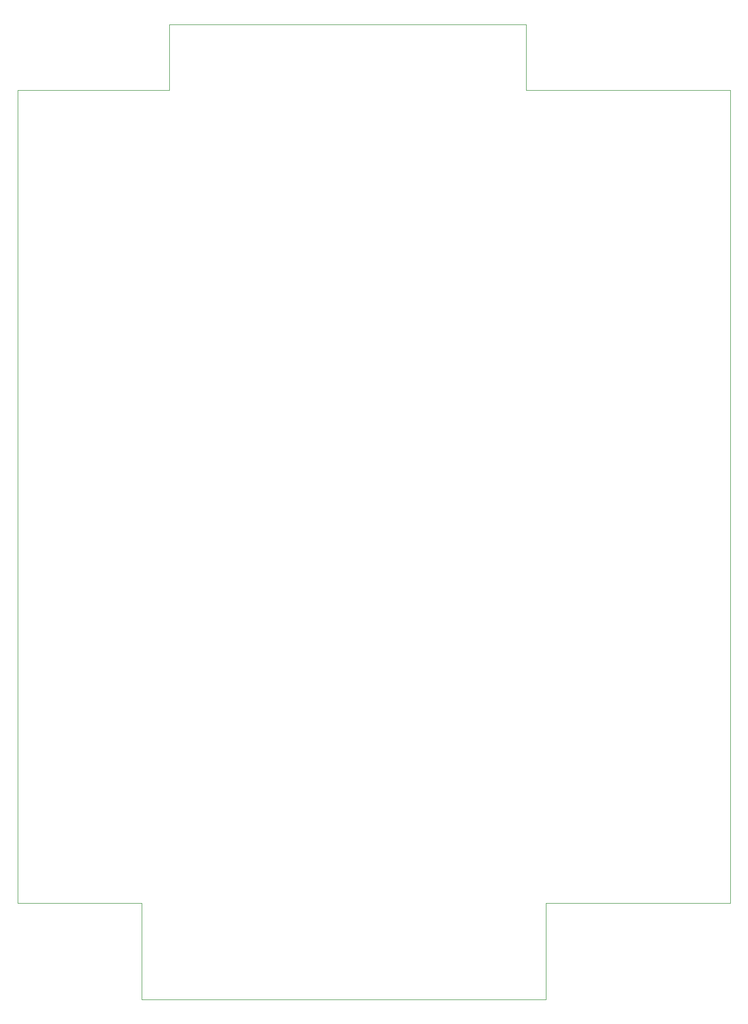
<source format=gm1>
G04 #@! TF.GenerationSoftware,KiCad,Pcbnew,(5.1.9)-1*
G04 #@! TF.CreationDate,2025-11-10T06:51:50+09:00*
G04 #@! TF.ProjectId,MZ-2000_CMU,4d5a2d32-3030-4305-9f43-4d552e6b6963,rev?*
G04 #@! TF.SameCoordinates,PX20a6660PYbcc1c70*
G04 #@! TF.FileFunction,Profile,NP*
%FSLAX46Y46*%
G04 Gerber Fmt 4.6, Leading zero omitted, Abs format (unit mm)*
G04 Created by KiCad (PCBNEW (5.1.9)-1) date 2025-11-10 06:51:50*
%MOMM*%
%LPD*%
G01*
G04 APERTURE LIST*
G04 #@! TA.AperFunction,Profile*
%ADD10C,0.050000*%
G04 #@! TD*
G04 APERTURE END LIST*
D10*
X85797000Y0D02*
X115764000Y0D01*
X85797000Y-15668000D02*
X85797000Y0D01*
X20138000Y-15668000D02*
X85797000Y-15668000D01*
X20138000Y0D02*
X20138000Y-15668000D01*
X24600000Y132080000D02*
X24600000Y142748000D01*
X0Y132080000D02*
X24600000Y132080000D01*
X82600000Y132080000D02*
X82600000Y142748000D01*
X115764000Y132080000D02*
X82600000Y132080000D01*
X0Y132080000D02*
X0Y0D01*
X82600000Y142748000D02*
X24600000Y142748000D01*
X115764000Y0D02*
X115764000Y132080000D01*
X0Y0D02*
X20138000Y0D01*
M02*

</source>
